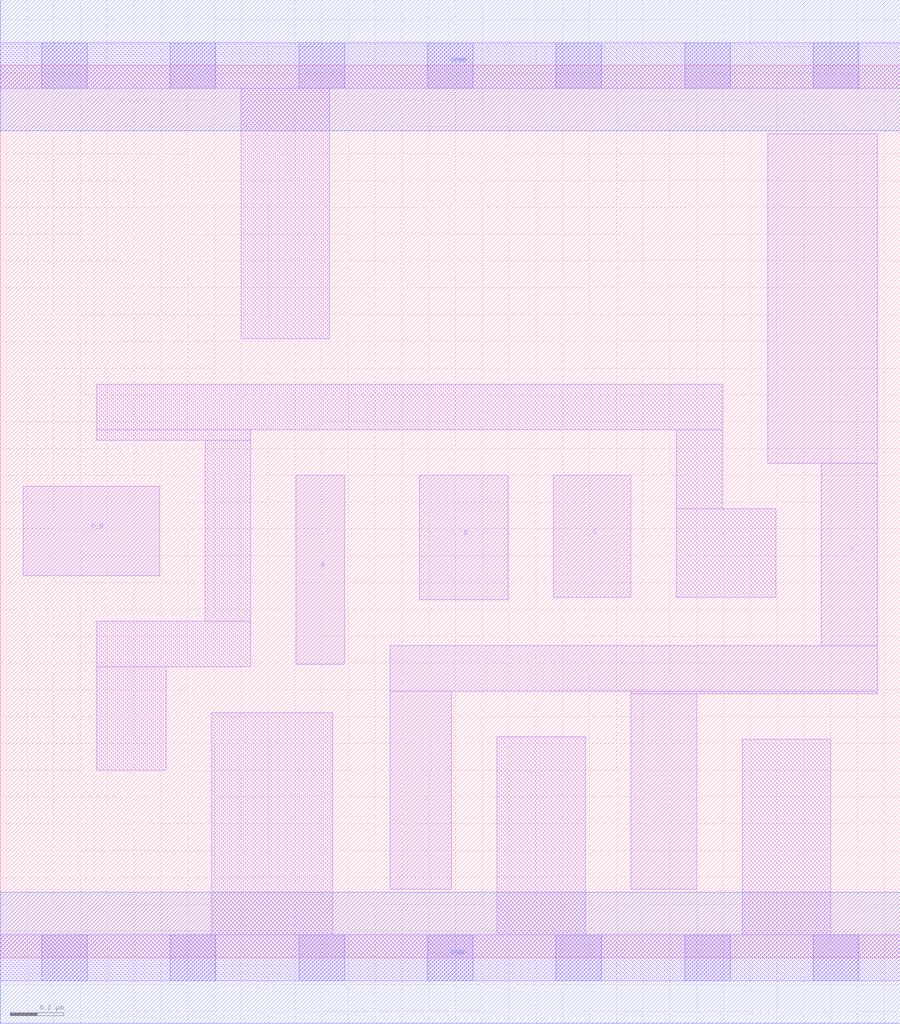
<source format=lef>
# Copyright 2020 The SkyWater PDK Authors
#
# Licensed under the Apache License, Version 2.0 (the "License");
# you may not use this file except in compliance with the License.
# You may obtain a copy of the License at
#
#     https://www.apache.org/licenses/LICENSE-2.0
#
# Unless required by applicable law or agreed to in writing, software
# distributed under the License is distributed on an "AS IS" BASIS,
# WITHOUT WARRANTIES OR CONDITIONS OF ANY KIND, either express or implied.
# See the License for the specific language governing permissions and
# limitations under the License.
#
# SPDX-License-Identifier: Apache-2.0

VERSION 5.7 ;
  NAMESCASESENSITIVE ON ;
  NOWIREEXTENSIONATPIN ON ;
  DIVIDERCHAR "/" ;
  BUSBITCHARS "[]" ;
UNITS
  DATABASE MICRONS 200 ;
END UNITS
MACRO sky130_fd_sc_lp__nor4b_1
  CLASS CORE ;
  FOREIGN sky130_fd_sc_lp__nor4b_1 ;
  ORIGIN  0.000000  0.000000 ;
  SIZE  3.360000 BY  3.330000 ;
  SYMMETRY X Y R90 ;
  SITE unit ;
  PIN A
    ANTENNAGATEAREA  0.315000 ;
    DIRECTION INPUT ;
    USE SIGNAL ;
    PORT
      LAYER li1 ;
        RECT 1.105000 1.095000 1.285000 1.800000 ;
    END
  END A
  PIN B
    ANTENNAGATEAREA  0.315000 ;
    DIRECTION INPUT ;
    USE SIGNAL ;
    PORT
      LAYER li1 ;
        RECT 1.565000 1.335000 1.895000 1.800000 ;
    END
  END B
  PIN C
    ANTENNAGATEAREA  0.315000 ;
    DIRECTION INPUT ;
    USE SIGNAL ;
    PORT
      LAYER li1 ;
        RECT 2.065000 1.345000 2.355000 1.800000 ;
    END
  END C
  PIN D_N
    ANTENNAGATEAREA  0.126000 ;
    DIRECTION INPUT ;
    USE SIGNAL ;
    PORT
      LAYER li1 ;
        RECT 0.085000 1.425000 0.595000 1.760000 ;
    END
  END D_N
  PIN Y
    ANTENNADIFFAREA  0.886200 ;
    DIRECTION OUTPUT ;
    USE SIGNAL ;
    PORT
      LAYER li1 ;
        RECT 1.455000 0.255000 1.685000 0.995000 ;
        RECT 1.455000 0.995000 3.275000 1.165000 ;
        RECT 2.355000 0.255000 2.600000 0.985000 ;
        RECT 2.355000 0.985000 3.275000 0.995000 ;
        RECT 2.865000 1.845000 3.275000 3.075000 ;
        RECT 3.065000 1.165000 3.275000 1.845000 ;
    END
  END Y
  PIN VGND
    DIRECTION INOUT ;
    USE GROUND ;
    PORT
      LAYER met1 ;
        RECT 0.000000 -0.245000 3.360000 0.245000 ;
    END
  END VGND
  PIN VPWR
    DIRECTION INOUT ;
    USE POWER ;
    PORT
      LAYER met1 ;
        RECT 0.000000 3.085000 3.360000 3.575000 ;
    END
  END VPWR
  OBS
    LAYER li1 ;
      RECT 0.000000 -0.085000 3.360000 0.085000 ;
      RECT 0.000000  3.245000 3.360000 3.415000 ;
      RECT 0.360000  0.700000 0.620000 1.085000 ;
      RECT 0.360000  1.085000 0.935000 1.255000 ;
      RECT 0.360000  1.930000 0.935000 1.970000 ;
      RECT 0.360000  1.970000 2.695000 2.140000 ;
      RECT 0.765000  1.255000 0.935000 1.930000 ;
      RECT 0.790000  0.085000 1.240000 0.915000 ;
      RECT 0.900000  2.310000 1.230000 3.245000 ;
      RECT 1.855000  0.085000 2.185000 0.825000 ;
      RECT 2.525000  1.345000 2.895000 1.675000 ;
      RECT 2.525000  1.675000 2.695000 1.970000 ;
      RECT 2.770000  0.085000 3.100000 0.815000 ;
    LAYER mcon ;
      RECT 0.155000 -0.085000 0.325000 0.085000 ;
      RECT 0.155000  3.245000 0.325000 3.415000 ;
      RECT 0.635000 -0.085000 0.805000 0.085000 ;
      RECT 0.635000  3.245000 0.805000 3.415000 ;
      RECT 1.115000 -0.085000 1.285000 0.085000 ;
      RECT 1.115000  3.245000 1.285000 3.415000 ;
      RECT 1.595000 -0.085000 1.765000 0.085000 ;
      RECT 1.595000  3.245000 1.765000 3.415000 ;
      RECT 2.075000 -0.085000 2.245000 0.085000 ;
      RECT 2.075000  3.245000 2.245000 3.415000 ;
      RECT 2.555000 -0.085000 2.725000 0.085000 ;
      RECT 2.555000  3.245000 2.725000 3.415000 ;
      RECT 3.035000 -0.085000 3.205000 0.085000 ;
      RECT 3.035000  3.245000 3.205000 3.415000 ;
  END
END sky130_fd_sc_lp__nor4b_1
END LIBRARY

</source>
